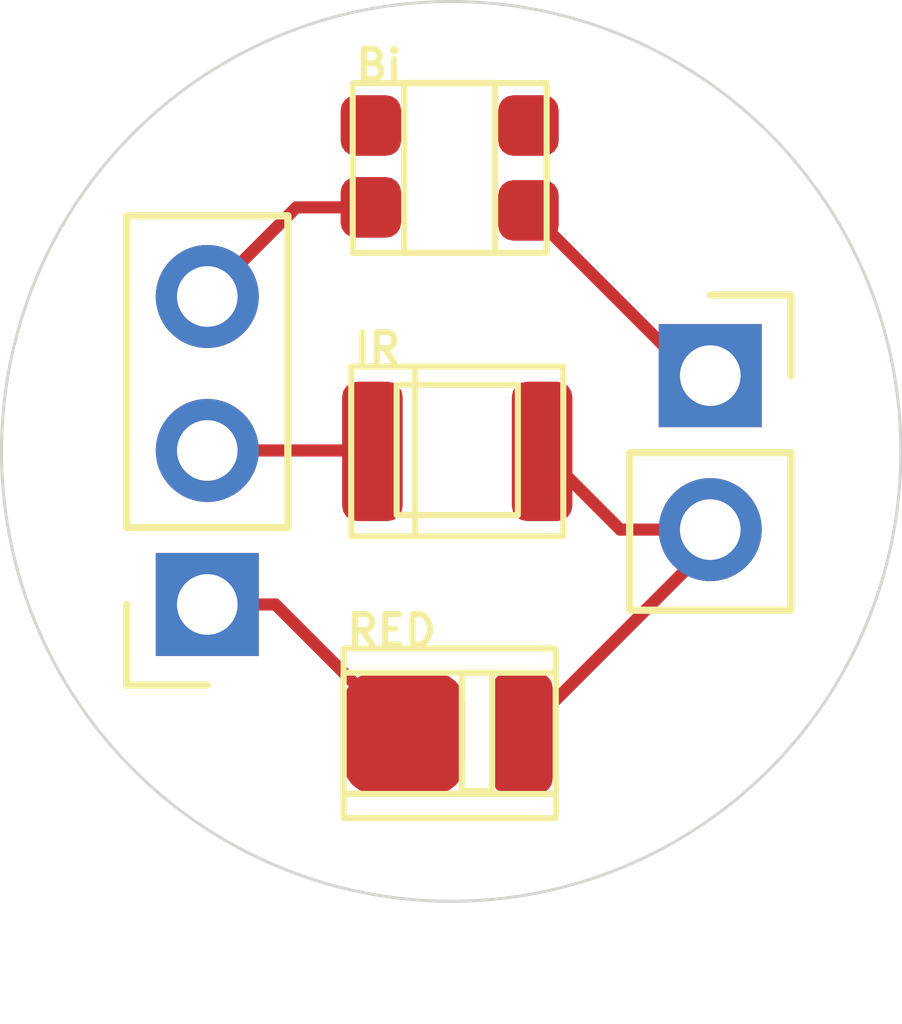
<source format=kicad_pcb>
(kicad_pcb (version 20240108) (generator "pcbnew") (generator_version "8.0")
  (layers (0 "F.Cu" signal) (31 "B.Cu" signal) (34 "B.Paste" user) (35 "F.Paste" user) (36 "B.SilkS" user "B.Silkscreen") (37 "F.SilkS" user "F.Silkscreen") (38 "B.Mask" user) (39 "F.Mask" user) (44 "Edge.Cuts" user))
  (net 0 "")
  (net 1 "Net-(D1-A)")
  (net 2 "Net-(D1-K)")
  (net 3 "Net-(D2-A)")
  (net 4 "Net-(D2-K)")
  (net 5 "Net-(D3-A)")
  (footprint "Library:BiColorLED" (layer "F.Cu") (at 135.675 84.025)
    (property "Reference" "D1" (hide yes))
    (property "Value" "LED" (hide yes))
    (fp_rect (start -1.55 -4.6) (end 1.65 -1.8) (stroke (width 0.1)) (fill none) (layer "F.SilkS"))
    (fp_rect (start -0.7 -4.6) (end 0.8 -1.8) (stroke (width 0.1)) (fill none) (layer "F.SilkS"))
    (pad "1" smd roundrect (at 1.35 -2.5) (size 1 1) (layers "F.Cu" "F.Paste" "F.Mask") (net 2 "Net-(D1-K)"))
    (pad "2" smd roundrect (at -1.25 -2.55) (size 1 1) (layers "F.Cu" "F.Paste" "F.Mask") (net 1 "Net-(D1-A)"))
    (pad "3" smd roundrect (at -1.25 -3.9) (size 1 1) (layers "F.Cu" "F.Paste" "F.Mask"))
    (pad "4" smd roundrect (at 1.35 -3.9) (size 1 1) (layers "F.Cu" "F.Paste" "F.Mask"))
  )
  (footprint "Connector_PinSocket_2.54mm:PinSocket_1x02_P2.54mm_Vertical" (layer "F.Cu") (at 140.025 84.25)
    (property "Reference" "J2" (hide yes))
    (property "Value" "Conn_01x02_Socket" (hide yes))
    (fp_line (start -1.33 1.27) (end -1.33 3.87) (stroke (width 0.12)) (layer "F.SilkS"))
    (fp_line (start -1.33 1.27) (end 1.33 1.27) (stroke (width 0.12)) (layer "F.SilkS"))
    (fp_line (start -1.33 3.87) (end 1.33 3.87) (stroke (width 0.12)) (layer "F.SilkS"))
    (fp_line (start 0 -1.33) (end 1.33 -1.33) (stroke (width 0.12)) (layer "F.SilkS"))
    (fp_line (start 1.33 -1.33) (end 1.33 0) (stroke (width 0.12)) (layer "F.SilkS"))
    (fp_line (start 1.33 1.27) (end 1.33 3.87) (stroke (width 0.12)) (layer "F.SilkS"))
    (pad "1" thru_hole rect (at 0 0) (size 1.7 1.7) (drill 1) (layers "*.Cu" "*.Mask") (net 2 "Net-(D1-K)"))
    (pad "2" thru_hole oval (at 0 2.54) (size 1.7 1.7) (drill 1) (layers "*.Cu" "*.Mask") (net 4 "Net-(D2-K)"))
  )
  (footprint "Library:LEDR" (layer "F.Cu") (at 135.625 94.7)
    (property "Reference" "D3" (hide yes))
    (property "Value" "LED" (hide yes))
    (fp_rect (start -1.65 -5.95) (end 1.85 -3.15) (stroke (width 0.1)) (fill none) (layer "F.SilkS"))
    (fp_rect (start -1.65 -5.55) (end 1.85 -3.55) (stroke (width 0.1)) (fill none) (layer "F.SilkS"))
    (fp_rect (start 0.3 -5.55) (end 0.8 -3.6) (stroke (width 0.1)) (fill none) (layer "F.SilkS"))
    (pad "1" smd roundrect (at 1.3 -4.55) (size 1 2) (layers "F.Cu" "F.Paste" "F.Mask") (net 4 "Net-(D2-K)"))
    (pad "2" smd roundrect (at -0.65 -4.55) (size 2 2) (layers "F.Cu" "F.Paste" "F.Mask") (net 5 "Net-(D3-A)"))
  )
  (footprint "Connector_PinSocket_2.54mm:PinSocket_1x03_P2.54mm_Vertical" (layer "F.Cu") (at 131.725 88.025 180)
    (property "Reference" "J1" (hide yes))
    (property "Value" "Conn_01x03_Socket" (hide yes))
    (fp_line (start 1.33 1.27) (end 1.33 6.41) (stroke (width 0.12)) (layer "F.SilkS"))
    (fp_line (start 1.33 -1.33) (end 1.33 0) (stroke (width 0.12)) (layer "F.SilkS"))
    (fp_line (start 0 -1.33) (end 1.33 -1.33) (stroke (width 0.12)) (layer "F.SilkS"))
    (fp_line (start -1.33 6.41) (end 1.33 6.41) (stroke (width 0.12)) (layer "F.SilkS"))
    (fp_line (start -1.33 1.27) (end 1.33 1.27) (stroke (width 0.12)) (layer "F.SilkS"))
    (fp_line (start -1.33 1.27) (end -1.33 6.41) (stroke (width 0.12)) (layer "F.SilkS"))
    (pad "1" thru_hole rect (at 0 0 180) (size 1.7 1.7) (drill 1) (layers "*.Cu" "*.Mask") (net 5 "Net-(D3-A)"))
    (pad "2" thru_hole oval (at 0 2.54 180) (size 1.7 1.7) (drill 1) (layers "*.Cu" "*.Mask") (net 3 "Net-(D2-A)"))
    (pad "3" thru_hole oval (at 0 5.08 180) (size 1.7 1.7) (drill 1) (layers "*.Cu" "*.Mask") (net 1 "Net-(D1-A)"))
  )
  (footprint "Library:LEDIR" (layer "F.Cu") (at 133.75 79.65 180)
    (property "Reference" "D2" (hide yes))
    (property "Value" "LED" (hide yes))
    (fp_line (start -1.4 -7.25) (end -1.4 -4.45) (stroke (width 0.1)) (layer "F.SilkS"))
    (fp_rect (start -3.1 -6.9) (end -1.1 -4.75) (stroke (width 0.1)) (fill none) (layer "F.SilkS"))
    (fp_rect (start -3.85 -7.25) (end -0.35 -4.45) (stroke (width 0.1)) (fill none) (layer "F.SilkS"))
    (pad "1" smd roundrect (at -3.5 -5.85) (size 1 2.3) (layers "F.Cu" "F.Paste" "F.Mask") (net 4 "Net-(D2-K)"))
    (pad "2" smd roundrect (at -0.7 -5.85 270) (size 2.3 1) (layers "F.Cu" "F.Paste" "F.Mask") (net 3 "Net-(D2-A)"))
  )
  (gr_circle (center 135.75 85.5) (end 142 81.5) (stroke (width 0.05)) (fill none) (layer "Edge.Cuts"))
  (gr_text "IR" (at 134.1 84.1 0) (layer "F.SilkS") (effects (font (size 0.5 0.5) (thickness 0.1)) (justify left bottom)))
  (gr_text "RED" (at 133.975 88.75 0) (layer "F.SilkS") (effects (font (size 0.5 0.5) (thickness 0.1)) (justify left bottom)))
  (gr_text "Bi" (at 134.125 79.425 0) (layer "F.SilkS") (effects (font (size 0.5 0.5) (thickness 0.1)) (justify left bottom)))
  (segment (start 133.195 81.475) (end 131.725 82.945) (width 0.2) (layer "F.Cu") (net 1))
  (segment (start 134.425 81.475) (end 133.195 81.475) (width 0.2) (layer "F.Cu") (net 1))
  (segment (start 134.425 81.475) (end 134.425 81.725) (width 0.2) (layer "F.Cu") (net 1))
  (segment (start 137.025 81.525) (end 139.75 84.25) (width 0.2) (layer "F.Cu") (net 2))
  (segment (start 139.75 84.25) (end 140.025 84.25) (width 0.2) (layer "F.Cu") (net 2))
  (segment (start 131.725 85.485) (end 134.435 85.485) (width 0.2) (layer "F.Cu") (net 3))
  (segment (start 134.435 85.485) (end 134.45 85.5) (width 0.2) (layer "F.Cu") (net 3))
  (segment (start 140.025 87.05) (end 140.025 86.79) (width 0.2) (layer "F.Cu") (net 4))
  (segment (start 136.925 90.15) (end 140.025 87.05) (width 0.2) (layer "F.Cu") (net 4))
  (segment (start 138.54 86.79) (end 140.025 86.79) (width 0.2) (layer "F.Cu") (net 4))
  (segment (start 137.25 85.5) (end 138.54 86.79) (width 0.2) (layer "F.Cu") (net 4))
  (segment (start 132.85 88.025) (end 134.975 90.15) (width 0.2) (layer "F.Cu") (net 5))
  (segment (start 131.725 88.025) (end 132.85 88.025) (width 0.2) (layer "F.Cu") (net 5))
)
</source>
